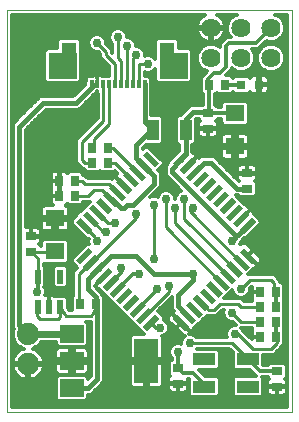
<source format=gtl>
G75*
G70*
%OFA0B0*%
%FSLAX24Y24*%
%IPPOS*%
%LPD*%
%AMOC8*
5,1,8,0,0,1.08239X$1,22.5*
%
%ADD10C,0.0000*%
%ADD11R,0.0354X0.0276*%
%ADD12R,0.0630X0.0551*%
%ADD13R,0.0276X0.0354*%
%ADD14R,0.0315X0.0315*%
%ADD15R,0.0591X0.0197*%
%ADD16R,0.0197X0.0591*%
%ADD17R,0.0748X0.0433*%
%ADD18R,0.0394X0.0709*%
%ADD19R,0.0217X0.0472*%
%ADD20C,0.0640*%
%ADD21R,0.0118X0.0315*%
%ADD22R,0.0945X0.0866*%
%ADD23R,0.0512X0.0335*%
%ADD24R,0.0787X0.0591*%
%ADD25R,0.0787X0.1496*%
%ADD26C,0.0740*%
%ADD27C,0.0120*%
%ADD28C,0.0300*%
%ADD29C,0.0100*%
%ADD30C,0.0160*%
%ADD31C,0.0240*%
D10*
X000160Y000476D02*
X009660Y000476D01*
X009660Y013876D01*
X000160Y013876D01*
X000160Y000476D01*
D11*
X000960Y005820D03*
X000960Y006332D03*
X005860Y001932D03*
X005860Y001420D03*
X009160Y001320D03*
X009160Y001832D03*
X008160Y007920D03*
X008160Y008432D03*
X006860Y009920D03*
X006860Y010432D03*
D12*
X007760Y010428D03*
X007760Y009325D03*
X001760Y006928D03*
X001760Y005825D03*
D13*
X001904Y007676D03*
X001904Y008176D03*
X002416Y008176D03*
X002416Y007676D03*
X003004Y008776D03*
X003004Y009276D03*
X003516Y009276D03*
X003516Y008776D03*
X003116Y004076D03*
X002604Y004076D03*
X006904Y011376D03*
X007416Y011376D03*
X008604Y004476D03*
X008604Y003976D03*
X008604Y003476D03*
X008604Y002976D03*
X009116Y002976D03*
X009116Y003476D03*
X009116Y003976D03*
X009116Y004476D03*
D14*
X008555Y011376D03*
X007965Y011376D03*
D15*
G36*
X005093Y008627D02*
X004676Y009042D01*
X004815Y009181D01*
X005232Y008766D01*
X005093Y008627D01*
G37*
G36*
X004871Y008404D02*
X004454Y008819D01*
X004593Y008958D01*
X005010Y008543D01*
X004871Y008404D01*
G37*
G36*
X004648Y008180D02*
X004231Y008595D01*
X004370Y008734D01*
X004787Y008319D01*
X004648Y008180D01*
G37*
G36*
X004426Y007957D02*
X004009Y008372D01*
X004148Y008511D01*
X004565Y008096D01*
X004426Y007957D01*
G37*
G36*
X004204Y007734D02*
X003787Y008149D01*
X003926Y008288D01*
X004343Y007873D01*
X004204Y007734D01*
G37*
G36*
X003982Y007511D02*
X003565Y007926D01*
X003704Y008065D01*
X004121Y007650D01*
X003982Y007511D01*
G37*
G36*
X003759Y007288D02*
X003342Y007703D01*
X003481Y007842D01*
X003898Y007427D01*
X003759Y007288D01*
G37*
G36*
X003537Y007065D02*
X003120Y007480D01*
X003259Y007619D01*
X003676Y007204D01*
X003537Y007065D01*
G37*
G36*
X003315Y006842D02*
X002898Y007257D01*
X003037Y007396D01*
X003454Y006981D01*
X003315Y006842D01*
G37*
G36*
X003092Y006619D02*
X002675Y007034D01*
X002814Y007173D01*
X003231Y006758D01*
X003092Y006619D01*
G37*
G36*
X002870Y006396D02*
X002453Y006811D01*
X002592Y006950D01*
X003009Y006535D01*
X002870Y006396D01*
G37*
G36*
X006105Y003172D02*
X005688Y003587D01*
X005827Y003726D01*
X006244Y003311D01*
X006105Y003172D01*
G37*
G36*
X006327Y003395D02*
X005910Y003810D01*
X006049Y003949D01*
X006466Y003534D01*
X006327Y003395D01*
G37*
G36*
X006550Y003618D02*
X006133Y004033D01*
X006272Y004172D01*
X006689Y003757D01*
X006550Y003618D01*
G37*
G36*
X006772Y003841D02*
X006355Y004256D01*
X006494Y004395D01*
X006911Y003980D01*
X006772Y003841D01*
G37*
G36*
X006994Y004064D02*
X006577Y004479D01*
X006716Y004618D01*
X007133Y004203D01*
X006994Y004064D01*
G37*
G36*
X007216Y004288D02*
X006799Y004703D01*
X006938Y004842D01*
X007355Y004427D01*
X007216Y004288D01*
G37*
G36*
X007439Y004511D02*
X007022Y004926D01*
X007161Y005065D01*
X007578Y004650D01*
X007439Y004511D01*
G37*
G36*
X007661Y004734D02*
X007244Y005149D01*
X007383Y005288D01*
X007800Y004873D01*
X007661Y004734D01*
G37*
G36*
X007883Y004957D02*
X007466Y005372D01*
X007605Y005511D01*
X008022Y005096D01*
X007883Y004957D01*
G37*
G36*
X008106Y005180D02*
X007689Y005595D01*
X007828Y005734D01*
X008245Y005319D01*
X008106Y005180D01*
G37*
G36*
X008328Y005403D02*
X007911Y005818D01*
X008050Y005957D01*
X008467Y005542D01*
X008328Y005403D01*
G37*
D16*
G36*
X008049Y006404D02*
X007910Y006543D01*
X008325Y006960D01*
X008464Y006821D01*
X008049Y006404D01*
G37*
G36*
X007826Y006627D02*
X007687Y006766D01*
X008102Y007183D01*
X008241Y007044D01*
X007826Y006627D01*
G37*
G36*
X007603Y006849D02*
X007464Y006988D01*
X007879Y007405D01*
X008018Y007266D01*
X007603Y006849D01*
G37*
G36*
X007380Y007071D02*
X007241Y007210D01*
X007656Y007627D01*
X007795Y007488D01*
X007380Y007071D01*
G37*
G36*
X007157Y007294D02*
X007018Y007433D01*
X007433Y007850D01*
X007572Y007711D01*
X007157Y007294D01*
G37*
G36*
X006934Y007516D02*
X006795Y007655D01*
X007210Y008072D01*
X007349Y007933D01*
X006934Y007516D01*
G37*
G36*
X006711Y007738D02*
X006572Y007877D01*
X006987Y008294D01*
X007126Y008155D01*
X006711Y007738D01*
G37*
G36*
X006488Y007960D02*
X006349Y008099D01*
X006764Y008516D01*
X006903Y008377D01*
X006488Y007960D01*
G37*
G36*
X006265Y008183D02*
X006126Y008322D01*
X006541Y008739D01*
X006680Y008600D01*
X006265Y008183D01*
G37*
G36*
X006041Y008405D02*
X005902Y008544D01*
X006317Y008961D01*
X006456Y008822D01*
X006041Y008405D01*
G37*
G36*
X005818Y008627D02*
X005679Y008766D01*
X006094Y009183D01*
X006233Y009044D01*
X005818Y008627D01*
G37*
G36*
X003264Y004726D02*
X003125Y004865D01*
X003540Y005282D01*
X003679Y005143D01*
X003264Y004726D01*
G37*
G36*
X003487Y004503D02*
X003348Y004642D01*
X003763Y005059D01*
X003902Y004920D01*
X003487Y004503D01*
G37*
G36*
X003710Y004281D02*
X003571Y004420D01*
X003986Y004837D01*
X004125Y004698D01*
X003710Y004281D01*
G37*
G36*
X003933Y004059D02*
X003794Y004198D01*
X004209Y004615D01*
X004348Y004476D01*
X003933Y004059D01*
G37*
G36*
X004156Y003836D02*
X004017Y003975D01*
X004432Y004392D01*
X004571Y004253D01*
X004156Y003836D01*
G37*
G36*
X004379Y003614D02*
X004240Y003753D01*
X004655Y004170D01*
X004794Y004031D01*
X004379Y003614D01*
G37*
G36*
X004603Y003392D02*
X004464Y003531D01*
X004879Y003948D01*
X005018Y003809D01*
X004603Y003392D01*
G37*
G36*
X004826Y003169D02*
X004687Y003308D01*
X005102Y003725D01*
X005241Y003586D01*
X004826Y003169D01*
G37*
G36*
X003041Y004948D02*
X002902Y005087D01*
X003317Y005504D01*
X003456Y005365D01*
X003041Y004948D01*
G37*
G36*
X002818Y005170D02*
X002679Y005309D01*
X003094Y005726D01*
X003233Y005587D01*
X002818Y005170D01*
G37*
G36*
X002595Y005392D02*
X002456Y005531D01*
X002871Y005948D01*
X003010Y005809D01*
X002595Y005392D01*
G37*
D17*
X006732Y002229D03*
X006732Y001324D03*
X008188Y001324D03*
X008188Y002229D03*
D18*
X006111Y009876D03*
X005009Y009876D03*
D19*
X001934Y004988D03*
X001934Y003965D03*
X001560Y003965D03*
X001186Y003965D03*
X001186Y004988D03*
D20*
X006960Y012276D03*
X006960Y013276D03*
X007960Y013276D03*
X007960Y012276D03*
X008960Y012276D03*
X008960Y013276D03*
D21*
X004746Y011392D03*
X004549Y011392D03*
X004352Y011392D03*
X004155Y011392D03*
X003958Y011392D03*
X003762Y011392D03*
X003565Y011392D03*
X003368Y011392D03*
X003171Y011392D03*
X002974Y011392D03*
D22*
X002010Y012022D03*
X005710Y012022D03*
D23*
X005494Y012622D03*
X002226Y012622D03*
D24*
X002320Y003082D03*
X002320Y002176D03*
X002320Y001271D03*
D25*
X004800Y002176D03*
D26*
X000860Y002076D03*
X000860Y003076D03*
D27*
X001008Y002586D02*
X001149Y002644D01*
X001292Y002787D01*
X001304Y002816D01*
X001786Y002816D01*
X001786Y002729D01*
X001868Y002647D01*
X002772Y002647D01*
X002854Y002729D01*
X002854Y003435D01*
X002802Y003486D01*
X002907Y003486D01*
X002928Y003473D01*
X002940Y003476D01*
X002940Y001667D01*
X002854Y001581D01*
X002854Y001624D01*
X002772Y001706D01*
X001868Y001706D01*
X001786Y001624D01*
X001786Y000918D01*
X001868Y000836D01*
X002772Y000836D01*
X002854Y000918D01*
X002854Y001051D01*
X002946Y001051D01*
X003251Y001356D01*
X003380Y001485D01*
X003380Y003828D01*
X003394Y003841D01*
X003394Y004312D01*
X003336Y004369D01*
X003336Y004412D01*
X003080Y004667D01*
X003080Y004682D01*
X003081Y004681D01*
X003165Y004597D01*
X003202Y004576D01*
X003219Y004571D01*
X003429Y004362D01*
X003430Y004362D01*
X003430Y004361D01*
X003652Y004140D01*
X003653Y004140D01*
X003653Y004139D01*
X003875Y003918D01*
X003876Y003918D01*
X003876Y003916D01*
X004098Y003696D01*
X004099Y003696D01*
X004099Y003694D01*
X004321Y003473D01*
X004323Y003473D01*
X004323Y003472D01*
X004544Y003251D01*
X004546Y003251D01*
X004546Y003249D01*
X004711Y003084D01*
X004385Y003084D01*
X004345Y003073D01*
X004308Y003052D01*
X004278Y003023D01*
X004257Y002986D01*
X004246Y002945D01*
X004246Y002236D01*
X004740Y002236D01*
X004740Y002116D01*
X004860Y002116D01*
X004860Y001268D01*
X005215Y001268D01*
X005256Y001279D01*
X005292Y001300D01*
X005322Y001330D01*
X005343Y001367D01*
X005354Y001407D01*
X005354Y002116D01*
X004860Y002116D01*
X004860Y002236D01*
X005354Y002236D01*
X005354Y002945D01*
X005343Y002986D01*
X005338Y002995D01*
X005424Y003031D01*
X005506Y003112D01*
X005550Y003219D01*
X005550Y003334D01*
X005506Y003441D01*
X005424Y003522D01*
X005382Y003540D01*
X005382Y003645D01*
X005183Y003843D01*
X005639Y004299D01*
X005640Y004300D01*
X005640Y003909D01*
X005711Y003838D01*
X005643Y003770D01*
X005559Y003686D01*
X005538Y003649D01*
X005527Y003609D01*
X005527Y003566D01*
X005538Y003526D01*
X005559Y003489D01*
X005783Y003266D01*
X005966Y003449D01*
X006288Y003128D01*
X005966Y003449D01*
X005966Y003449D01*
X005783Y003266D01*
X006008Y003043D01*
X006044Y003022D01*
X006084Y003011D01*
X006014Y002941D01*
X005970Y002834D01*
X005970Y002745D01*
X005918Y002766D01*
X005802Y002766D01*
X005696Y002722D01*
X005614Y002641D01*
X005570Y002534D01*
X005570Y002419D01*
X005614Y002312D01*
X005660Y002266D01*
X005660Y002210D01*
X005625Y002210D01*
X005543Y002128D01*
X005543Y001736D01*
X005590Y001689D01*
X005585Y001686D01*
X005555Y001656D01*
X005534Y001620D01*
X005523Y001579D01*
X005523Y001429D01*
X005851Y001429D01*
X005851Y001412D01*
X005523Y001412D01*
X005523Y001262D01*
X005534Y001221D01*
X005555Y001184D01*
X005585Y001155D01*
X005621Y001134D01*
X005662Y001123D01*
X005851Y001123D01*
X005851Y001412D01*
X005869Y001412D01*
X005869Y001429D01*
X006197Y001429D01*
X006197Y001576D01*
X006218Y001576D01*
X006218Y001049D01*
X006300Y000967D01*
X007164Y000967D01*
X007246Y001049D01*
X007246Y001598D01*
X007164Y001680D01*
X006739Y001680D01*
X006547Y001873D01*
X007164Y001873D01*
X007246Y001955D01*
X007246Y002504D01*
X007164Y002586D01*
X006479Y002586D01*
X006480Y002586D01*
X007562Y002586D01*
X007674Y002474D01*
X007674Y001955D01*
X007756Y001873D01*
X008262Y001873D01*
X008385Y001749D01*
X008454Y001680D01*
X007756Y001680D01*
X007674Y001598D01*
X007674Y001049D01*
X007756Y000967D01*
X008620Y000967D01*
X008702Y001049D01*
X008702Y001598D01*
X008668Y001632D01*
X008847Y001632D01*
X008890Y001589D01*
X008885Y001586D01*
X008855Y001556D01*
X008834Y001520D01*
X008823Y001479D01*
X008823Y001329D01*
X009151Y001329D01*
X009151Y001312D01*
X008823Y001312D01*
X008823Y001162D01*
X008834Y001121D01*
X008855Y001084D01*
X008885Y001055D01*
X008921Y001034D01*
X008962Y001023D01*
X009151Y001023D01*
X009151Y001312D01*
X009169Y001312D01*
X009169Y001329D01*
X009497Y001329D01*
X009497Y001479D01*
X009486Y001520D01*
X009465Y001556D01*
X009435Y001586D01*
X009430Y001589D01*
X009477Y001636D01*
X009477Y002028D01*
X009395Y002110D01*
X008925Y002110D01*
X008847Y002032D01*
X008702Y002032D01*
X008702Y002386D01*
X009039Y002386D01*
X009239Y002586D01*
X009312Y002659D01*
X009394Y002741D01*
X009394Y003212D01*
X009379Y003226D01*
X009394Y003241D01*
X009394Y003712D01*
X009379Y003726D01*
X009394Y003741D01*
X009394Y004212D01*
X009379Y004226D01*
X009394Y004241D01*
X009394Y004712D01*
X009312Y004794D01*
X009250Y004794D01*
X009250Y004855D01*
X009139Y004966D01*
X009039Y005066D01*
X008192Y005066D01*
X008373Y005248D01*
X008391Y005253D01*
X008427Y005274D01*
X008512Y005359D01*
X008596Y005443D01*
X008617Y005480D01*
X008628Y005521D01*
X008628Y005563D01*
X008617Y005603D01*
X008596Y005640D01*
X008371Y005863D01*
X008147Y006086D01*
X008111Y006107D01*
X008070Y006118D01*
X008028Y006118D01*
X007987Y006107D01*
X007951Y006086D01*
X007926Y006061D01*
X007950Y006119D01*
X007950Y006155D01*
X007980Y006185D01*
X007980Y006185D01*
X008058Y006264D01*
X008107Y006264D01*
X008606Y006764D01*
X008605Y006880D01*
X008396Y007089D01*
X008391Y007106D01*
X008370Y007143D01*
X008286Y007227D01*
X007964Y006905D01*
X008286Y007227D01*
X008201Y007311D01*
X008164Y007332D01*
X008147Y007337D01*
X007938Y007546D01*
X007936Y007546D01*
X007936Y007547D01*
X007782Y007700D01*
X007867Y007700D01*
X007925Y007643D01*
X008395Y007643D01*
X008477Y007725D01*
X008477Y008116D01*
X008430Y008163D01*
X008435Y008166D01*
X008465Y008196D01*
X008486Y008233D01*
X008497Y008273D01*
X008497Y008423D01*
X008169Y008423D01*
X008169Y008441D01*
X008497Y008441D01*
X008497Y008591D01*
X008486Y008632D01*
X008465Y008668D01*
X008435Y008698D01*
X008399Y008719D01*
X008358Y008730D01*
X008169Y008730D01*
X008169Y008441D01*
X008151Y008441D01*
X008151Y008423D01*
X007823Y008423D01*
X007823Y008273D01*
X007834Y008233D01*
X007855Y008196D01*
X007885Y008166D01*
X007890Y008163D01*
X007887Y008160D01*
X007051Y008996D01*
X006627Y008996D01*
X006569Y008938D01*
X006501Y009006D01*
X006416Y009090D01*
X006380Y009111D01*
X006362Y009116D01*
X006331Y009146D01*
X006331Y009382D01*
X006366Y009382D01*
X006448Y009464D01*
X006448Y010253D01*
X006451Y010256D01*
X006543Y010256D01*
X006543Y010236D01*
X006590Y010189D01*
X006585Y010186D01*
X006555Y010156D01*
X006534Y010120D01*
X006523Y010079D01*
X006523Y009929D01*
X006851Y009929D01*
X006851Y009912D01*
X006523Y009912D01*
X006523Y009762D01*
X006534Y009721D01*
X006555Y009684D01*
X006585Y009655D01*
X006621Y009634D01*
X006662Y009623D01*
X006851Y009623D01*
X006851Y009912D01*
X006869Y009912D01*
X006869Y009929D01*
X007197Y009929D01*
X007197Y010079D01*
X007186Y010120D01*
X007165Y010156D01*
X007135Y010186D01*
X007130Y010189D01*
X007173Y010232D01*
X007305Y010232D01*
X007305Y010094D01*
X007387Y010012D01*
X008133Y010012D01*
X008215Y010094D01*
X008215Y010761D01*
X008133Y010843D01*
X007387Y010843D01*
X007305Y010761D01*
X007305Y010632D01*
X007173Y010632D01*
X007104Y010701D01*
X007104Y011063D01*
X007160Y011119D01*
X007220Y011059D01*
X007612Y011059D01*
X007690Y011138D01*
X007749Y011079D01*
X008180Y011079D01*
X008252Y011151D01*
X008270Y011121D01*
X008300Y011091D01*
X008336Y011070D01*
X008377Y011059D01*
X008537Y011059D01*
X008537Y011358D01*
X008574Y011358D01*
X008574Y011395D01*
X009500Y011395D01*
X009500Y011513D02*
X008873Y011513D01*
X008873Y011555D02*
X008862Y011596D01*
X008841Y011632D01*
X009500Y011632D01*
X009500Y011750D02*
X007517Y011750D01*
X007460Y011694D02*
X007660Y011894D01*
X007660Y011926D01*
X007699Y011886D01*
X007868Y011816D01*
X008051Y011816D01*
X008221Y011886D01*
X008350Y012016D01*
X008420Y012185D01*
X008420Y012368D01*
X008350Y012537D01*
X008311Y012576D01*
X008543Y012576D01*
X008660Y012694D01*
X008808Y012841D01*
X008868Y012816D01*
X009051Y012816D01*
X009221Y012886D01*
X009350Y013016D01*
X009420Y013185D01*
X009420Y013368D01*
X009350Y013537D01*
X009221Y013666D01*
X009100Y013716D01*
X009500Y013716D01*
X009500Y000636D01*
X000320Y000636D01*
X000320Y013716D01*
X006766Y013716D01*
X006708Y013687D01*
X006647Y013642D01*
X006594Y013589D01*
X006549Y013528D01*
X000320Y013528D01*
X000320Y013646D02*
X006653Y013646D01*
X006549Y013528D02*
X006515Y013461D01*
X006492Y013389D01*
X006480Y013314D01*
X006480Y013305D01*
X006931Y013305D01*
X006931Y013248D01*
X006480Y013248D01*
X006480Y013239D01*
X006492Y013164D01*
X006515Y013092D01*
X006549Y013025D01*
X006594Y012964D01*
X006647Y012910D01*
X006708Y012866D01*
X006776Y012832D01*
X006848Y012808D01*
X006922Y012796D01*
X006931Y012796D01*
X006931Y013248D01*
X006989Y013248D01*
X006989Y013305D01*
X007440Y013305D01*
X007440Y013314D01*
X007428Y013389D01*
X007405Y013461D01*
X007371Y013528D01*
X007566Y013528D01*
X007570Y013537D02*
X007500Y013368D01*
X007500Y013185D01*
X007570Y013016D01*
X007609Y012976D01*
X007477Y012976D01*
X007377Y012876D01*
X007260Y012759D01*
X007260Y012627D01*
X007221Y012666D01*
X007051Y012736D01*
X006868Y012736D01*
X006699Y012666D01*
X006570Y012537D01*
X006500Y012368D01*
X006500Y012185D01*
X006570Y012016D01*
X006699Y011886D01*
X006832Y011831D01*
X006777Y011776D01*
X006660Y011659D01*
X006660Y011645D01*
X006626Y011612D01*
X006626Y011141D01*
X006704Y011063D01*
X006704Y010710D01*
X006625Y010710D01*
X006611Y010696D01*
X006269Y010696D01*
X006140Y010567D01*
X005943Y010371D01*
X005856Y010371D01*
X005774Y010289D01*
X005774Y009464D01*
X005856Y009382D01*
X005891Y009382D01*
X005891Y009178D01*
X005538Y008824D01*
X005538Y008766D01*
X005440Y008667D01*
X005440Y008385D01*
X005972Y007854D01*
X005896Y007822D01*
X005814Y007741D01*
X005770Y007634D01*
X005770Y007566D01*
X005750Y007566D01*
X005750Y007634D01*
X005706Y007741D01*
X005624Y007822D01*
X005518Y007866D01*
X005402Y007866D01*
X005296Y007822D01*
X005214Y007741D01*
X005174Y007643D01*
X005118Y007666D01*
X005002Y007666D01*
X004932Y007637D01*
X005280Y007985D01*
X005280Y008444D01*
X005195Y008529D01*
X005373Y008707D01*
X005373Y008823D01*
X004872Y009322D01*
X004756Y009322D01*
X004680Y009245D01*
X004680Y009285D01*
X004777Y009382D01*
X005264Y009382D01*
X005346Y009464D01*
X005346Y010289D01*
X005264Y010371D01*
X004966Y010371D01*
X004966Y011483D01*
X004945Y011504D01*
X004945Y011608D01*
X004863Y011690D01*
X004739Y011690D01*
X004739Y011813D01*
X004802Y011786D01*
X004918Y011786D01*
X005024Y011831D01*
X005098Y011904D01*
X005098Y011531D01*
X005180Y011449D01*
X006241Y011449D01*
X006323Y011531D01*
X006323Y012513D01*
X006241Y012595D01*
X005890Y012595D01*
X005890Y012848D01*
X005808Y012930D01*
X005180Y012930D01*
X005098Y012848D01*
X005098Y012249D01*
X005024Y012322D01*
X004918Y012366D01*
X004802Y012366D01*
X004750Y012345D01*
X004750Y012434D01*
X004706Y012541D01*
X004624Y012622D01*
X004518Y012666D01*
X004450Y012666D01*
X004450Y012734D01*
X004406Y012841D01*
X004324Y012922D01*
X004218Y012966D01*
X004150Y012966D01*
X004150Y013034D01*
X004106Y013141D01*
X004024Y013222D01*
X003918Y013266D01*
X003802Y013266D01*
X003696Y013222D01*
X003614Y013141D01*
X003570Y013034D01*
X003570Y012919D01*
X003614Y012812D01*
X003670Y012756D01*
X003670Y012435D01*
X003650Y012455D01*
X003650Y012555D01*
X003450Y012755D01*
X003450Y012834D01*
X003406Y012941D01*
X003324Y013022D01*
X003218Y013066D01*
X003102Y013066D01*
X002996Y013022D01*
X002914Y012941D01*
X002870Y012834D01*
X002870Y012719D01*
X002914Y012612D01*
X002996Y012531D01*
X003102Y012486D01*
X003181Y012486D01*
X003270Y012398D01*
X003270Y012298D01*
X003381Y012186D01*
X003572Y011996D01*
X003572Y011690D01*
X003308Y011690D01*
X003292Y011699D01*
X003251Y011710D01*
X003171Y011710D01*
X003091Y011710D01*
X003050Y011699D01*
X003034Y011690D01*
X002857Y011690D01*
X002775Y011608D01*
X002775Y011504D01*
X002754Y011483D01*
X002754Y011382D01*
X002369Y010996D01*
X001269Y010996D01*
X000469Y010196D01*
X000340Y010067D01*
X000340Y003285D01*
X000379Y003247D01*
X000350Y003178D01*
X000350Y002975D01*
X000428Y002787D01*
X000571Y002644D01*
X000712Y002586D01*
X000657Y002568D01*
X000582Y002530D01*
X000515Y002481D01*
X000456Y002422D01*
X000407Y002354D01*
X000369Y002280D01*
X000343Y002200D01*
X000330Y002118D01*
X000330Y002116D01*
X000820Y002116D01*
X000820Y002036D01*
X000900Y002036D01*
X000900Y001546D01*
X000902Y001546D01*
X000984Y001559D01*
X001786Y001559D01*
X001786Y001441D02*
X000320Y001441D01*
X000320Y001559D02*
X000736Y001559D01*
X000818Y001546D01*
X000820Y001546D01*
X000820Y002036D01*
X000330Y002036D01*
X000330Y002035D01*
X000343Y001952D01*
X000369Y001873D01*
X000407Y001799D01*
X000456Y001731D01*
X000515Y001672D01*
X000582Y001623D01*
X000657Y001585D01*
X000736Y001559D01*
X000820Y001559D02*
X000900Y001559D01*
X000984Y001559D02*
X001063Y001585D01*
X001138Y001623D01*
X001205Y001672D01*
X001264Y001731D01*
X001313Y001799D01*
X001351Y001873D01*
X001377Y001952D01*
X001390Y002035D01*
X001390Y002036D01*
X000900Y002036D01*
X000900Y002116D01*
X001390Y002116D01*
X001390Y002118D01*
X001377Y002200D01*
X001351Y002280D01*
X001313Y002354D01*
X001264Y002422D01*
X001205Y002481D01*
X001138Y002530D01*
X001063Y002568D01*
X001008Y002586D01*
X001105Y002626D02*
X001884Y002626D01*
X001864Y002621D02*
X001828Y002600D01*
X001798Y002570D01*
X001777Y002533D01*
X001766Y002493D01*
X001766Y002236D01*
X002260Y002236D01*
X002260Y002116D01*
X002380Y002116D01*
X002380Y001721D01*
X002735Y001721D01*
X002775Y001732D01*
X002812Y001753D01*
X002842Y001783D01*
X002863Y001819D01*
X002874Y001860D01*
X002874Y002116D01*
X002380Y002116D01*
X002380Y002236D01*
X002874Y002236D01*
X002874Y002493D01*
X002863Y002533D01*
X002842Y002570D01*
X002812Y002600D01*
X002775Y002621D01*
X002735Y002632D01*
X002380Y002632D01*
X002380Y002236D01*
X002260Y002236D01*
X002260Y002632D01*
X001905Y002632D01*
X001864Y002621D01*
X001786Y002744D02*
X001249Y002744D01*
X001168Y002507D02*
X001770Y002507D01*
X001766Y002389D02*
X001288Y002389D01*
X001354Y002270D02*
X001766Y002270D01*
X001766Y002116D02*
X001766Y001860D01*
X001777Y001819D01*
X001798Y001783D01*
X001828Y001753D01*
X001864Y001732D01*
X001905Y001721D01*
X002260Y001721D01*
X002260Y002116D01*
X001766Y002116D01*
X001766Y002033D02*
X001390Y002033D01*
X001385Y002152D02*
X002260Y002152D01*
X002260Y002270D02*
X002380Y002270D01*
X002380Y002152D02*
X002940Y002152D01*
X002940Y002270D02*
X002874Y002270D01*
X002874Y002389D02*
X002940Y002389D01*
X002940Y002507D02*
X002870Y002507D01*
X002940Y002626D02*
X002756Y002626D01*
X002854Y002744D02*
X002940Y002744D01*
X002940Y002863D02*
X002854Y002863D01*
X002854Y002981D02*
X002940Y002981D01*
X002940Y003100D02*
X002854Y003100D01*
X002854Y003218D02*
X002940Y003218D01*
X002940Y003337D02*
X002854Y003337D01*
X002833Y003455D02*
X002940Y003455D01*
X003380Y003455D02*
X004339Y003455D01*
X004458Y003337D02*
X003380Y003337D01*
X003380Y003218D02*
X004577Y003218D01*
X004696Y003100D02*
X003380Y003100D01*
X003380Y002981D02*
X004256Y002981D01*
X004246Y002863D02*
X003380Y002863D01*
X003380Y002744D02*
X004246Y002744D01*
X004246Y002626D02*
X003380Y002626D01*
X003380Y002507D02*
X004246Y002507D01*
X004246Y002389D02*
X003380Y002389D01*
X003380Y002270D02*
X004246Y002270D01*
X004246Y002116D02*
X004246Y001407D01*
X004257Y001367D01*
X004278Y001330D01*
X004308Y001300D01*
X004345Y001279D01*
X004385Y001268D01*
X004740Y001268D01*
X004740Y002116D01*
X004246Y002116D01*
X004246Y002033D02*
X003380Y002033D01*
X003380Y001915D02*
X004246Y001915D01*
X004246Y001796D02*
X003380Y001796D01*
X003380Y001678D02*
X004246Y001678D01*
X004246Y001559D02*
X003380Y001559D01*
X003336Y001441D02*
X004246Y001441D01*
X004286Y001322D02*
X003217Y001322D01*
X003099Y001204D02*
X005544Y001204D01*
X005523Y001322D02*
X005314Y001322D01*
X005354Y001441D02*
X005523Y001441D01*
X005523Y001559D02*
X005354Y001559D01*
X005354Y001678D02*
X005576Y001678D01*
X005543Y001796D02*
X005354Y001796D01*
X005354Y001915D02*
X005543Y001915D01*
X005543Y002033D02*
X005354Y002033D01*
X005354Y002270D02*
X005656Y002270D01*
X005582Y002389D02*
X005354Y002389D01*
X005354Y002507D02*
X005570Y002507D01*
X005608Y002626D02*
X005354Y002626D01*
X005354Y002744D02*
X005749Y002744D01*
X005982Y002863D02*
X005354Y002863D01*
X005344Y002981D02*
X006055Y002981D01*
X005950Y003100D02*
X005494Y003100D01*
X005550Y003218D02*
X005831Y003218D01*
X005854Y003337D02*
X005854Y003337D01*
X005712Y003337D02*
X005549Y003337D01*
X005593Y003455D02*
X005491Y003455D01*
X005527Y003574D02*
X005382Y003574D01*
X005334Y003692D02*
X005566Y003692D01*
X005643Y003770D02*
X005966Y003449D01*
X005966Y003449D01*
X005966Y003449D01*
X005643Y003770D01*
X005684Y003811D02*
X005215Y003811D01*
X005269Y003929D02*
X005640Y003929D01*
X005640Y004048D02*
X005388Y004048D01*
X005506Y004166D02*
X005640Y004166D01*
X005625Y004285D02*
X005640Y004285D01*
X005722Y003692D02*
X005722Y003692D01*
X005841Y003574D02*
X005841Y003574D01*
X005959Y003455D02*
X005959Y003455D01*
X006078Y003337D02*
X006078Y003337D01*
X006197Y003218D02*
X006197Y003218D01*
X006288Y003128D02*
X006373Y003212D01*
X006394Y003249D01*
X006398Y003266D01*
X006607Y003476D01*
X006607Y003477D01*
X006608Y003477D01*
X006817Y003686D01*
X007139Y003686D01*
X007250Y003798D01*
X007339Y003886D01*
X007392Y003886D01*
X007370Y003834D01*
X007370Y003719D01*
X007414Y003612D01*
X007496Y003531D01*
X007602Y003486D01*
X007681Y003486D01*
X007801Y003366D01*
X007702Y003366D01*
X007596Y003322D01*
X007514Y003241D01*
X007470Y003134D01*
X007470Y003019D01*
X007492Y002966D01*
X006480Y002966D01*
X006424Y003022D01*
X006318Y003066D01*
X006227Y003066D01*
X006288Y003128D01*
X006261Y003100D02*
X007470Y003100D01*
X007485Y002981D02*
X006465Y002981D01*
X006376Y003218D02*
X007505Y003218D01*
X007631Y003337D02*
X006469Y003337D01*
X006587Y003455D02*
X007712Y003455D01*
X007960Y003286D02*
X008326Y003286D01*
X008326Y003241D01*
X008330Y003237D01*
X008317Y003215D01*
X008306Y003175D01*
X008306Y002985D01*
X008595Y002985D01*
X008595Y002967D01*
X008306Y002967D01*
X008306Y002899D01*
X008050Y003155D01*
X008050Y003155D01*
X008035Y003170D01*
X008006Y003241D01*
X007960Y003286D01*
X008015Y003218D02*
X008319Y003218D01*
X008306Y003100D02*
X008105Y003100D01*
X008224Y002981D02*
X008595Y002981D01*
X009041Y002389D02*
X009500Y002389D01*
X009500Y002507D02*
X009160Y002507D01*
X009278Y002626D02*
X009500Y002626D01*
X009500Y002744D02*
X009394Y002744D01*
X009312Y002659D02*
X009312Y002659D01*
X009394Y002863D02*
X009500Y002863D01*
X009500Y002981D02*
X009394Y002981D01*
X009394Y003100D02*
X009500Y003100D01*
X009500Y003218D02*
X009387Y003218D01*
X009394Y003337D02*
X009500Y003337D01*
X009500Y003455D02*
X009394Y003455D01*
X009394Y003574D02*
X009500Y003574D01*
X009500Y003692D02*
X009394Y003692D01*
X009394Y003811D02*
X009500Y003811D01*
X009500Y003929D02*
X009394Y003929D01*
X009394Y004048D02*
X009500Y004048D01*
X009500Y004166D02*
X009394Y004166D01*
X009394Y004285D02*
X009500Y004285D01*
X009500Y004403D02*
X009394Y004403D01*
X009394Y004522D02*
X009500Y004522D01*
X009500Y004640D02*
X009394Y004640D01*
X009346Y004759D02*
X009500Y004759D01*
X009500Y004877D02*
X009228Y004877D01*
X009109Y004996D02*
X009500Y004996D01*
X009500Y005114D02*
X008240Y005114D01*
X008358Y005233D02*
X009500Y005233D01*
X009500Y005351D02*
X008504Y005351D01*
X008512Y005359D02*
X008189Y005680D01*
X008189Y005680D01*
X008371Y005863D01*
X008189Y005680D01*
X008189Y005680D01*
X008512Y005359D01*
X008611Y005470D02*
X009500Y005470D01*
X009500Y005588D02*
X008621Y005588D01*
X008528Y005707D02*
X009500Y005707D01*
X009500Y005825D02*
X008409Y005825D01*
X008334Y005825D02*
X008334Y005825D01*
X008290Y005944D02*
X009500Y005944D01*
X009500Y006062D02*
X008171Y006062D01*
X007976Y006181D02*
X009500Y006181D01*
X009500Y006299D02*
X008142Y006299D01*
X008261Y006418D02*
X009500Y006418D01*
X009500Y006536D02*
X008379Y006536D01*
X008497Y006655D02*
X009500Y006655D01*
X009500Y006773D02*
X008606Y006773D01*
X008594Y006892D02*
X009500Y006892D01*
X009500Y007010D02*
X008475Y007010D01*
X008378Y007129D02*
X009500Y007129D01*
X009500Y007247D02*
X008265Y007247D01*
X008188Y007129D02*
X008188Y007129D01*
X008070Y007010D02*
X008070Y007010D01*
X007964Y006905D02*
X007964Y006905D01*
X008118Y007366D02*
X009500Y007366D01*
X009500Y007484D02*
X007999Y007484D01*
X007880Y007603D02*
X009500Y007603D01*
X009500Y007721D02*
X008474Y007721D01*
X008477Y007840D02*
X009500Y007840D01*
X009500Y007958D02*
X008477Y007958D01*
X008477Y008077D02*
X009500Y008077D01*
X009500Y008195D02*
X008464Y008195D01*
X008497Y008314D02*
X009500Y008314D01*
X009500Y008432D02*
X008169Y008432D01*
X008151Y008432D02*
X007615Y008432D01*
X007734Y008314D02*
X007823Y008314D01*
X007852Y008195D02*
X007856Y008195D01*
X007823Y008441D02*
X008151Y008441D01*
X008151Y008730D01*
X007962Y008730D01*
X007921Y008719D01*
X007885Y008698D01*
X007855Y008668D01*
X007834Y008632D01*
X007823Y008591D01*
X007823Y008441D01*
X007823Y008551D02*
X007497Y008551D01*
X007378Y008669D02*
X007856Y008669D01*
X007820Y008890D02*
X008096Y008890D01*
X008137Y008900D01*
X008173Y008922D01*
X008203Y008951D01*
X008224Y008988D01*
X008235Y009029D01*
X008235Y009265D01*
X007820Y009265D01*
X007820Y008890D01*
X007820Y008906D02*
X007700Y008906D01*
X007700Y008890D02*
X007424Y008890D01*
X007383Y008900D01*
X007347Y008922D01*
X007317Y008951D01*
X007296Y008988D01*
X007285Y009029D01*
X007285Y009265D01*
X007700Y009265D01*
X007820Y009265D01*
X007820Y009385D01*
X008235Y009385D01*
X008235Y009622D01*
X008224Y009663D01*
X008203Y009699D01*
X008173Y009729D01*
X008137Y009750D01*
X008096Y009761D01*
X007820Y009761D01*
X007820Y009385D01*
X007700Y009385D01*
X007700Y009265D01*
X007700Y008890D01*
X007700Y009025D02*
X007820Y009025D01*
X007820Y009143D02*
X007700Y009143D01*
X007700Y009262D02*
X007820Y009262D01*
X007820Y009380D02*
X009500Y009380D01*
X009500Y009262D02*
X008235Y009262D01*
X008235Y009143D02*
X009500Y009143D01*
X009500Y009025D02*
X008234Y009025D01*
X008147Y008906D02*
X009500Y008906D01*
X009500Y008788D02*
X007260Y008788D01*
X007373Y008906D02*
X007141Y008906D01*
X007286Y009025D02*
X006481Y009025D01*
X006501Y009006D02*
X006179Y008683D01*
X006179Y008683D01*
X006501Y009006D01*
X006402Y008906D02*
X006402Y008906D01*
X006284Y008788D02*
X006284Y008788D01*
X006334Y009143D02*
X007285Y009143D01*
X007285Y009262D02*
X006331Y009262D01*
X006331Y009380D02*
X007700Y009380D01*
X007700Y009385D02*
X007285Y009385D01*
X007285Y009622D01*
X007296Y009663D01*
X007317Y009699D01*
X007347Y009729D01*
X007383Y009750D01*
X007424Y009761D01*
X007700Y009761D01*
X007700Y009385D01*
X007700Y009499D02*
X007820Y009499D01*
X007820Y009617D02*
X007700Y009617D01*
X007700Y009736D02*
X007820Y009736D01*
X008161Y009736D02*
X009500Y009736D01*
X009500Y009854D02*
X007197Y009854D01*
X007197Y009912D02*
X006869Y009912D01*
X006869Y009623D01*
X007058Y009623D01*
X007099Y009634D01*
X007135Y009655D01*
X007165Y009684D01*
X007186Y009721D01*
X007197Y009762D01*
X007197Y009912D01*
X007197Y009973D02*
X009500Y009973D01*
X009500Y010091D02*
X008212Y010091D01*
X008215Y010210D02*
X009500Y010210D01*
X009500Y010328D02*
X008215Y010328D01*
X008215Y010447D02*
X009500Y010447D01*
X009500Y010565D02*
X008215Y010565D01*
X008215Y010684D02*
X009500Y010684D01*
X009500Y010802D02*
X008174Y010802D01*
X008574Y011059D02*
X008574Y011358D01*
X008873Y011358D01*
X008873Y011198D01*
X008862Y011157D01*
X008841Y011121D01*
X008811Y011091D01*
X008775Y011070D01*
X008734Y011059D01*
X008574Y011059D01*
X008574Y011158D02*
X008537Y011158D01*
X008537Y011276D02*
X008574Y011276D01*
X008574Y011395D02*
X008873Y011395D01*
X008873Y011555D01*
X008841Y011632D02*
X008811Y011662D01*
X008775Y011683D01*
X008734Y011694D01*
X008574Y011694D01*
X008574Y011395D01*
X008537Y011395D01*
X008537Y011694D01*
X008377Y011694D01*
X008336Y011683D01*
X008300Y011662D01*
X008270Y011632D01*
X008252Y011602D01*
X008180Y011674D01*
X007749Y011674D01*
X007690Y011615D01*
X007612Y011694D01*
X007460Y011694D01*
X007260Y011776D02*
X007460Y011976D01*
X007460Y012676D01*
X007560Y012776D01*
X008460Y012776D01*
X008960Y013276D01*
X009270Y012935D02*
X009500Y012935D01*
X009500Y012817D02*
X009053Y012817D01*
X009051Y012736D02*
X008868Y012736D01*
X008699Y012666D01*
X008570Y012537D01*
X008500Y012368D01*
X008500Y012185D01*
X008570Y012016D01*
X008699Y011886D01*
X008868Y011816D01*
X009051Y011816D01*
X009221Y011886D01*
X009350Y012016D01*
X009420Y012185D01*
X009420Y012368D01*
X009350Y012537D01*
X009221Y012666D01*
X009051Y012736D01*
X009143Y012698D02*
X009500Y012698D01*
X009500Y012580D02*
X009307Y012580D01*
X009381Y012461D02*
X009500Y012461D01*
X009500Y012343D02*
X009420Y012343D01*
X009420Y012224D02*
X009500Y012224D01*
X009500Y012106D02*
X009387Y012106D01*
X009322Y011987D02*
X009500Y011987D01*
X009500Y011869D02*
X009178Y011869D01*
X008742Y011869D02*
X008178Y011869D01*
X008222Y011632D02*
X008270Y011632D01*
X008322Y011987D02*
X008598Y011987D01*
X008533Y012106D02*
X008387Y012106D01*
X008420Y012224D02*
X008500Y012224D01*
X008500Y012343D02*
X008420Y012343D01*
X008381Y012461D02*
X008539Y012461D01*
X008546Y012580D02*
X008613Y012580D01*
X008665Y012698D02*
X008777Y012698D01*
X008783Y012817D02*
X008867Y012817D01*
X009366Y013054D02*
X009500Y013054D01*
X009500Y013172D02*
X009415Y013172D01*
X009420Y013291D02*
X009500Y013291D01*
X009500Y013409D02*
X009403Y013409D01*
X009354Y013528D02*
X009500Y013528D01*
X009500Y013646D02*
X009240Y013646D01*
X008574Y011632D02*
X008537Y011632D01*
X008537Y011513D02*
X008574Y011513D01*
X008873Y011276D02*
X009500Y011276D01*
X009500Y011158D02*
X008862Y011158D01*
X009500Y011039D02*
X007104Y011039D01*
X007104Y010921D02*
X009500Y010921D01*
X009500Y009617D02*
X008235Y009617D01*
X008235Y009499D02*
X009500Y009499D01*
X009500Y008669D02*
X008464Y008669D01*
X008497Y008551D02*
X009500Y008551D01*
X008169Y008551D02*
X008151Y008551D01*
X008151Y008669D02*
X008169Y008669D01*
X007359Y009736D02*
X007190Y009736D01*
X007285Y009617D02*
X006448Y009617D01*
X006448Y009499D02*
X007285Y009499D01*
X006869Y009736D02*
X006851Y009736D01*
X006851Y009854D02*
X006869Y009854D01*
X006523Y009854D02*
X006448Y009854D01*
X006448Y009736D02*
X006530Y009736D01*
X006523Y009973D02*
X006448Y009973D01*
X006448Y010091D02*
X006526Y010091D01*
X006569Y010210D02*
X006448Y010210D01*
X006138Y010565D02*
X004966Y010565D01*
X004966Y010447D02*
X006019Y010447D01*
X006140Y010567D02*
X006140Y010567D01*
X006256Y010684D02*
X004966Y010684D01*
X004966Y010802D02*
X006704Y010802D01*
X006704Y010921D02*
X004966Y010921D01*
X004966Y011039D02*
X006704Y011039D01*
X006626Y011158D02*
X004966Y011158D01*
X004966Y011276D02*
X006626Y011276D01*
X006626Y011395D02*
X004966Y011395D01*
X004945Y011513D02*
X005116Y011513D01*
X005098Y011632D02*
X004921Y011632D01*
X005063Y011869D02*
X005098Y011869D01*
X005098Y011750D02*
X004739Y011750D01*
X004974Y012343D02*
X005098Y012343D01*
X005098Y012461D02*
X004739Y012461D01*
X004667Y012580D02*
X005098Y012580D01*
X005098Y012698D02*
X004450Y012698D01*
X004416Y012817D02*
X005098Y012817D01*
X005890Y012817D02*
X006821Y012817D01*
X006931Y012817D02*
X006989Y012817D01*
X006989Y012796D02*
X006998Y012796D01*
X007072Y012808D01*
X007144Y012832D01*
X007212Y012866D01*
X007273Y012910D01*
X007326Y012964D01*
X007371Y013025D01*
X007405Y013092D01*
X007428Y013164D01*
X007440Y013239D01*
X007440Y013248D01*
X006989Y013248D01*
X006989Y012796D01*
X006989Y012935D02*
X006931Y012935D01*
X006931Y013054D02*
X006989Y013054D01*
X006989Y013172D02*
X006931Y013172D01*
X006931Y013291D02*
X000320Y013291D01*
X000320Y013409D02*
X006499Y013409D01*
X006490Y013172D02*
X004074Y013172D01*
X004142Y013054D02*
X006535Y013054D01*
X006622Y012935D02*
X004292Y012935D01*
X003670Y012698D02*
X003507Y012698D01*
X003450Y012817D02*
X003612Y012817D01*
X003570Y012935D02*
X003408Y012935D01*
X003248Y013054D02*
X003578Y013054D01*
X003646Y013172D02*
X000320Y013172D01*
X000320Y013054D02*
X003072Y013054D01*
X002912Y012935D02*
X000320Y012935D01*
X000320Y012817D02*
X001830Y012817D01*
X001830Y012848D02*
X001912Y012930D01*
X002540Y012930D01*
X002622Y012848D01*
X002622Y011531D01*
X002540Y011449D01*
X001479Y011449D01*
X001397Y011531D01*
X001397Y012513D01*
X001479Y012595D01*
X001830Y012595D01*
X001830Y012848D01*
X001830Y012698D02*
X000320Y012698D01*
X000320Y012580D02*
X001464Y012580D01*
X001397Y012461D02*
X000320Y012461D01*
X000320Y012343D02*
X001397Y012343D01*
X001397Y012224D02*
X000320Y012224D01*
X000320Y012106D02*
X001397Y012106D01*
X001397Y011987D02*
X000320Y011987D01*
X000320Y011869D02*
X001397Y011869D01*
X001397Y011750D02*
X000320Y011750D01*
X000320Y011632D02*
X001397Y011632D01*
X001415Y011513D02*
X000320Y011513D01*
X000320Y011395D02*
X002754Y011395D01*
X002775Y011513D02*
X002604Y011513D01*
X002622Y011632D02*
X002799Y011632D01*
X002622Y011750D02*
X003572Y011750D01*
X003572Y011869D02*
X002622Y011869D01*
X002622Y011987D02*
X003572Y011987D01*
X003462Y012106D02*
X002622Y012106D01*
X002622Y012224D02*
X003343Y012224D01*
X003270Y012343D02*
X002622Y012343D01*
X002622Y012461D02*
X003206Y012461D01*
X002946Y012580D02*
X002622Y012580D01*
X002622Y012698D02*
X002878Y012698D01*
X002870Y012817D02*
X002622Y012817D01*
X003171Y011710D02*
X003171Y011610D01*
X003171Y011610D01*
X003171Y011610D01*
X003171Y011710D01*
X003171Y011632D02*
X003171Y011632D01*
X003171Y011174D02*
X003171Y011174D01*
X003171Y011174D01*
X003171Y011075D01*
X003178Y011075D01*
X003178Y010263D01*
X002581Y009666D01*
X002470Y009555D01*
X002470Y008798D01*
X002570Y008698D01*
X002681Y008586D01*
X002726Y008586D01*
X002726Y008541D01*
X002808Y008459D01*
X003200Y008459D01*
X003260Y008519D01*
X003320Y008459D01*
X003712Y008459D01*
X003753Y008500D01*
X003832Y008421D01*
X003827Y008417D01*
X003742Y008333D01*
X003658Y008248D01*
X003656Y008244D01*
X003633Y008266D01*
X002839Y008266D01*
X002739Y008366D01*
X002694Y008366D01*
X002694Y008412D01*
X002612Y008494D01*
X002220Y008494D01*
X002173Y008446D01*
X002170Y008452D01*
X002140Y008482D01*
X002104Y008503D01*
X002063Y008514D01*
X001913Y008514D01*
X001913Y008185D01*
X001895Y008185D01*
X001895Y008167D01*
X001913Y008167D01*
X001913Y007685D01*
X001895Y007685D01*
X001895Y007667D01*
X001606Y007667D01*
X001606Y007478D01*
X001617Y007437D01*
X001638Y007401D01*
X001668Y007371D01*
X001682Y007363D01*
X001424Y007363D01*
X001383Y007352D01*
X001347Y007331D01*
X001317Y007301D01*
X001296Y007265D01*
X001285Y007224D01*
X001285Y006988D01*
X001700Y006988D01*
X001700Y006868D01*
X001285Y006868D01*
X001285Y006631D01*
X001296Y006590D01*
X001317Y006554D01*
X001347Y006524D01*
X001383Y006503D01*
X001424Y006492D01*
X001700Y006492D01*
X001700Y006868D01*
X001820Y006868D01*
X001820Y006988D01*
X002235Y006988D01*
X002235Y007224D01*
X002224Y007265D01*
X002203Y007301D01*
X002173Y007331D01*
X002137Y007352D01*
X002117Y007358D01*
X002140Y007371D01*
X002170Y007401D01*
X002173Y007406D01*
X002220Y007359D01*
X002612Y007359D01*
X002694Y007441D01*
X002694Y007486D01*
X002927Y007486D01*
X002757Y007315D01*
X002757Y007314D01*
X002755Y007314D01*
X002535Y007092D01*
X002535Y007091D01*
X002533Y007091D01*
X002312Y006869D01*
X002312Y006753D01*
X002813Y006254D01*
X002879Y006255D01*
X002870Y006234D01*
X002870Y006119D01*
X002882Y006089D01*
X002813Y006089D01*
X002314Y005589D01*
X002315Y005473D01*
X002501Y005286D01*
X002481Y005266D01*
X002370Y005155D01*
X002370Y004355D01*
X002326Y004312D01*
X002326Y003866D01*
X002225Y003866D01*
X002182Y003932D01*
X002182Y004259D01*
X002100Y004341D01*
X001768Y004341D01*
X001760Y004333D01*
X001730Y004350D01*
X001689Y004361D01*
X001560Y004361D01*
X001431Y004361D01*
X001425Y004359D01*
X001450Y004419D01*
X001450Y004534D01*
X001406Y004641D01*
X001393Y004653D01*
X001434Y004694D01*
X001434Y005282D01*
X001376Y005341D01*
X001376Y005421D01*
X001387Y005410D01*
X002133Y005410D01*
X002215Y005492D01*
X002215Y006159D01*
X002133Y006241D01*
X001387Y006241D01*
X001305Y006159D01*
X001305Y006010D01*
X001277Y006010D01*
X001277Y006016D01*
X001230Y006063D01*
X001235Y006066D01*
X001265Y006096D01*
X001286Y006133D01*
X001297Y006173D01*
X001297Y006323D01*
X000969Y006323D01*
X000969Y006341D01*
X001297Y006341D01*
X001297Y006491D01*
X001286Y006532D01*
X001265Y006568D01*
X001235Y006598D01*
X001199Y006619D01*
X001158Y006630D01*
X000969Y006630D01*
X000969Y006341D01*
X000951Y006341D01*
X000951Y006630D01*
X000780Y006630D01*
X000780Y009885D01*
X001451Y010556D01*
X002551Y010556D01*
X002680Y010685D01*
X003074Y011079D01*
X003091Y011075D01*
X003171Y011075D01*
X003171Y011174D01*
X003171Y011158D02*
X003171Y011158D01*
X003178Y011039D02*
X003034Y011039D01*
X002916Y010921D02*
X003178Y010921D01*
X003178Y010802D02*
X002797Y010802D01*
X002679Y010684D02*
X003178Y010684D01*
X003178Y010565D02*
X002560Y010565D01*
X002412Y011039D02*
X000320Y011039D01*
X000320Y010921D02*
X001193Y010921D01*
X001075Y010802D02*
X000320Y010802D01*
X000320Y010684D02*
X000956Y010684D01*
X000838Y010565D02*
X000320Y010565D01*
X000320Y010447D02*
X000719Y010447D01*
X000601Y010328D02*
X000320Y010328D01*
X000320Y010210D02*
X000482Y010210D01*
X000364Y010091D02*
X000320Y010091D01*
X000320Y009973D02*
X000340Y009973D01*
X000340Y009854D02*
X000320Y009854D01*
X000320Y009736D02*
X000340Y009736D01*
X000340Y009617D02*
X000320Y009617D01*
X000320Y009499D02*
X000340Y009499D01*
X000340Y009380D02*
X000320Y009380D01*
X000320Y009262D02*
X000340Y009262D01*
X000340Y009143D02*
X000320Y009143D01*
X000320Y009025D02*
X000340Y009025D01*
X000340Y008906D02*
X000320Y008906D01*
X000320Y008788D02*
X000340Y008788D01*
X000340Y008669D02*
X000320Y008669D01*
X000320Y008551D02*
X000340Y008551D01*
X000340Y008432D02*
X000320Y008432D01*
X000320Y008314D02*
X000340Y008314D01*
X000340Y008195D02*
X000320Y008195D01*
X000320Y008077D02*
X000340Y008077D01*
X000340Y007958D02*
X000320Y007958D01*
X000320Y007840D02*
X000340Y007840D01*
X000340Y007721D02*
X000320Y007721D01*
X000320Y007603D02*
X000340Y007603D01*
X000340Y007484D02*
X000320Y007484D01*
X000320Y007366D02*
X000340Y007366D01*
X000340Y007247D02*
X000320Y007247D01*
X000320Y007129D02*
X000340Y007129D01*
X000340Y007010D02*
X000320Y007010D01*
X000320Y006892D02*
X000340Y006892D01*
X000340Y006773D02*
X000320Y006773D01*
X000320Y006655D02*
X000340Y006655D01*
X000340Y006536D02*
X000320Y006536D01*
X000320Y006418D02*
X000340Y006418D01*
X000340Y006299D02*
X000320Y006299D01*
X000320Y006181D02*
X000340Y006181D01*
X000340Y006062D02*
X000320Y006062D01*
X000320Y005944D02*
X000340Y005944D01*
X000340Y005825D02*
X000320Y005825D01*
X000320Y005707D02*
X000340Y005707D01*
X000340Y005588D02*
X000320Y005588D01*
X000320Y005470D02*
X000340Y005470D01*
X000340Y005351D02*
X000320Y005351D01*
X000320Y005233D02*
X000340Y005233D01*
X000340Y005114D02*
X000320Y005114D01*
X000320Y004996D02*
X000340Y004996D01*
X000340Y004877D02*
X000320Y004877D01*
X000320Y004759D02*
X000340Y004759D01*
X000340Y004640D02*
X000320Y004640D01*
X000320Y004522D02*
X000340Y004522D01*
X000340Y004403D02*
X000320Y004403D01*
X000320Y004285D02*
X000340Y004285D01*
X000340Y004166D02*
X000320Y004166D01*
X000320Y004048D02*
X000340Y004048D01*
X000340Y003929D02*
X000320Y003929D01*
X000320Y003811D02*
X000340Y003811D01*
X000340Y003692D02*
X000320Y003692D01*
X000320Y003574D02*
X000340Y003574D01*
X000340Y003455D02*
X000320Y003455D01*
X000320Y003337D02*
X000340Y003337D01*
X000320Y003218D02*
X000367Y003218D01*
X000350Y003100D02*
X000320Y003100D01*
X000320Y002981D02*
X000350Y002981D01*
X000320Y002863D02*
X000396Y002863D01*
X000471Y002744D02*
X000320Y002744D01*
X000320Y002626D02*
X000615Y002626D01*
X000552Y002507D02*
X000320Y002507D01*
X000320Y002389D02*
X000432Y002389D01*
X000366Y002270D02*
X000320Y002270D01*
X000320Y002152D02*
X000335Y002152D01*
X000320Y002033D02*
X000330Y002033D01*
X000320Y001915D02*
X000355Y001915D01*
X000320Y001796D02*
X000408Y001796D01*
X000320Y001678D02*
X000509Y001678D01*
X000820Y001678D02*
X000900Y001678D01*
X000900Y001796D02*
X000820Y001796D01*
X000820Y001915D02*
X000900Y001915D01*
X000900Y002033D02*
X000820Y002033D01*
X001211Y001678D02*
X001840Y001678D01*
X001790Y001796D02*
X001312Y001796D01*
X001365Y001915D02*
X001766Y001915D01*
X001786Y001322D02*
X000320Y001322D01*
X000320Y001204D02*
X001786Y001204D01*
X001786Y001085D02*
X000320Y001085D01*
X000320Y000967D02*
X001786Y000967D01*
X001855Y000848D02*
X000320Y000848D01*
X000320Y000730D02*
X009500Y000730D01*
X009500Y000848D02*
X002784Y000848D01*
X002854Y000967D02*
X009500Y000967D01*
X009435Y001055D02*
X009465Y001084D01*
X009486Y001121D01*
X009497Y001162D01*
X009497Y001312D01*
X009169Y001312D01*
X009169Y001023D01*
X009358Y001023D01*
X009399Y001034D01*
X009435Y001055D01*
X009466Y001085D02*
X009500Y001085D01*
X009497Y001204D02*
X009500Y001204D01*
X009500Y001322D02*
X009169Y001322D01*
X009151Y001322D02*
X008702Y001322D01*
X008702Y001204D02*
X008823Y001204D01*
X008854Y001085D02*
X008702Y001085D01*
X008702Y001441D02*
X008823Y001441D01*
X008858Y001559D02*
X008702Y001559D01*
X008585Y001832D02*
X009160Y001832D01*
X009477Y001796D02*
X009500Y001796D01*
X009500Y001678D02*
X009477Y001678D01*
X009462Y001559D02*
X009500Y001559D01*
X009497Y001441D02*
X009500Y001441D01*
X009477Y001915D02*
X009500Y001915D01*
X009500Y002033D02*
X009472Y002033D01*
X009500Y002152D02*
X008702Y002152D01*
X008702Y002270D02*
X009500Y002270D01*
X009116Y002976D02*
X009116Y003476D01*
X009116Y003976D02*
X009116Y004476D01*
X008595Y004467D02*
X008306Y004467D01*
X008306Y004278D01*
X008317Y004237D01*
X008330Y004215D01*
X008326Y004212D01*
X008326Y004166D01*
X008039Y004166D01*
X007939Y004266D01*
X007395Y004266D01*
X007496Y004368D01*
X007496Y004370D01*
X007498Y004370D01*
X007670Y004542D01*
X007670Y004519D01*
X007714Y004412D01*
X007796Y004331D01*
X007902Y004286D01*
X008018Y004286D01*
X008124Y004331D01*
X008206Y004412D01*
X008250Y004519D01*
X008250Y004598D01*
X008306Y004654D01*
X008306Y004485D01*
X008595Y004485D01*
X008595Y004467D01*
X008306Y004522D02*
X008250Y004522D01*
X008293Y004640D02*
X008306Y004640D01*
X008306Y004403D02*
X008197Y004403D01*
X008306Y004285D02*
X007413Y004285D01*
X007531Y004403D02*
X007723Y004403D01*
X007670Y004522D02*
X007649Y004522D01*
X008039Y004166D02*
X008326Y004166D01*
X007452Y003574D02*
X006705Y003574D01*
X007145Y003692D02*
X007381Y003692D01*
X007370Y003811D02*
X007263Y003811D01*
X007242Y002507D02*
X007641Y002507D01*
X007674Y002389D02*
X007246Y002389D01*
X007246Y002270D02*
X007674Y002270D01*
X007674Y002152D02*
X007246Y002152D01*
X007246Y002033D02*
X007674Y002033D01*
X007714Y001915D02*
X007206Y001915D01*
X007166Y001678D02*
X007754Y001678D01*
X007674Y001559D02*
X007246Y001559D01*
X007246Y001441D02*
X007674Y001441D01*
X007674Y001322D02*
X007246Y001322D01*
X007246Y001204D02*
X007674Y001204D01*
X007674Y001085D02*
X007246Y001085D01*
X006732Y001324D02*
X006732Y001405D01*
X006360Y001776D01*
X006016Y001776D01*
X005860Y001932D01*
X005860Y002476D01*
X005567Y002152D02*
X004860Y002152D01*
X004860Y002033D02*
X004740Y002033D01*
X004740Y001915D02*
X004860Y001915D01*
X004860Y001796D02*
X004740Y001796D01*
X004740Y001678D02*
X004860Y001678D01*
X004860Y001559D02*
X004740Y001559D01*
X004740Y001441D02*
X004860Y001441D01*
X004860Y001322D02*
X004740Y001322D01*
X004740Y002152D02*
X003380Y002152D01*
X002940Y002033D02*
X002874Y002033D01*
X002874Y001915D02*
X002940Y001915D01*
X002940Y001796D02*
X002849Y001796D01*
X002800Y001678D02*
X002940Y001678D01*
X002980Y001085D02*
X006218Y001085D01*
X006135Y001155D02*
X006165Y001184D01*
X006186Y001221D01*
X006197Y001262D01*
X006197Y001412D01*
X005869Y001412D01*
X005869Y001123D01*
X006058Y001123D01*
X006099Y001134D01*
X006135Y001155D01*
X006176Y001204D02*
X006218Y001204D01*
X006218Y001322D02*
X006197Y001322D01*
X006197Y001441D02*
X006218Y001441D01*
X006218Y001559D02*
X006197Y001559D01*
X005869Y001322D02*
X005851Y001322D01*
X005851Y001204D02*
X005869Y001204D01*
X006623Y001796D02*
X008338Y001796D01*
X008585Y001832D02*
X008188Y002229D01*
X008702Y002033D02*
X008848Y002033D01*
X009151Y001204D02*
X009169Y001204D01*
X009169Y001085D02*
X009151Y001085D01*
X008400Y005470D02*
X008400Y005470D01*
X008281Y005588D02*
X008281Y005588D01*
X008216Y005707D02*
X008216Y005707D01*
X007927Y006062D02*
X007927Y006062D01*
X005938Y007840D02*
X005582Y007840D01*
X005714Y007721D02*
X005806Y007721D01*
X005770Y007603D02*
X005750Y007603D01*
X005867Y007958D02*
X005253Y007958D01*
X005280Y008077D02*
X005748Y008077D01*
X005630Y008195D02*
X005280Y008195D01*
X005280Y008314D02*
X005511Y008314D01*
X005440Y008432D02*
X005280Y008432D01*
X005217Y008551D02*
X005440Y008551D01*
X005442Y008669D02*
X005335Y008669D01*
X005373Y008788D02*
X005538Y008788D01*
X005621Y008906D02*
X005289Y008906D01*
X005170Y009025D02*
X005739Y009025D01*
X005857Y009143D02*
X005051Y009143D01*
X004932Y009262D02*
X005891Y009262D01*
X005891Y009380D02*
X004775Y009380D01*
X004697Y009262D02*
X004680Y009262D01*
X005346Y009499D02*
X005774Y009499D01*
X005774Y009617D02*
X005346Y009617D01*
X005346Y009736D02*
X005774Y009736D01*
X005774Y009854D02*
X005346Y009854D01*
X005346Y009973D02*
X005774Y009973D01*
X005774Y010091D02*
X005346Y010091D01*
X005346Y010210D02*
X005774Y010210D01*
X005814Y010328D02*
X005306Y010328D01*
X006305Y011513D02*
X006626Y011513D01*
X006647Y011632D02*
X006323Y011632D01*
X006323Y011750D02*
X006751Y011750D01*
X006742Y011869D02*
X006323Y011869D01*
X006323Y011987D02*
X006598Y011987D01*
X006533Y012106D02*
X006323Y012106D01*
X006323Y012224D02*
X006500Y012224D01*
X006500Y012343D02*
X006323Y012343D01*
X006323Y012461D02*
X006539Y012461D01*
X006613Y012580D02*
X006256Y012580D01*
X005890Y012698D02*
X006777Y012698D01*
X007099Y012817D02*
X007318Y012817D01*
X007298Y012935D02*
X007436Y012935D01*
X007385Y013054D02*
X007554Y013054D01*
X007505Y013172D02*
X007430Y013172D01*
X007500Y013291D02*
X006989Y013291D01*
X007326Y013589D02*
X007273Y013642D01*
X007212Y013687D01*
X007154Y013716D01*
X007820Y013716D01*
X007699Y013666D01*
X007570Y013537D01*
X007517Y013409D02*
X007421Y013409D01*
X007371Y013528D02*
X007326Y013589D01*
X007267Y013646D02*
X007680Y013646D01*
X007260Y012698D02*
X007143Y012698D01*
X007060Y011776D02*
X006860Y011576D01*
X006860Y011420D01*
X006904Y011376D01*
X006904Y010476D01*
X006860Y010432D01*
X007755Y010432D01*
X007760Y010428D01*
X007305Y010210D02*
X007151Y010210D01*
X007194Y010091D02*
X007308Y010091D01*
X007305Y010684D02*
X007121Y010684D01*
X007104Y010802D02*
X007346Y010802D01*
X007416Y011376D02*
X007965Y011376D01*
X007707Y011632D02*
X007673Y011632D01*
X007635Y011869D02*
X007742Y011869D01*
X007260Y011776D02*
X007060Y011776D01*
X005338Y007840D02*
X005135Y007840D01*
X005206Y007721D02*
X005016Y007721D01*
X004065Y008011D02*
X004065Y008011D01*
X003742Y008333D01*
X004065Y008011D01*
X003999Y008077D02*
X003999Y008077D01*
X003880Y008195D02*
X003880Y008195D01*
X003761Y008314D02*
X003761Y008314D01*
X003724Y008314D02*
X002791Y008314D01*
X002673Y008432D02*
X003820Y008432D01*
X002925Y007484D02*
X002694Y007484D01*
X002618Y007366D02*
X002807Y007366D01*
X002689Y007247D02*
X002229Y007247D01*
X002235Y007129D02*
X002571Y007129D01*
X002453Y007010D02*
X002235Y007010D01*
X002235Y006868D02*
X001820Y006868D01*
X001820Y006492D01*
X002096Y006492D01*
X002137Y006503D01*
X002173Y006524D01*
X002203Y006554D01*
X002224Y006590D01*
X002235Y006631D01*
X002235Y006868D01*
X002235Y006773D02*
X002312Y006773D01*
X002335Y006892D02*
X001820Y006892D01*
X001820Y006773D02*
X001700Y006773D01*
X001700Y006655D02*
X001820Y006655D01*
X001820Y006536D02*
X001700Y006536D01*
X001700Y006892D02*
X000780Y006892D01*
X000780Y007010D02*
X001285Y007010D01*
X001285Y007129D02*
X000780Y007129D01*
X000780Y007247D02*
X001291Y007247D01*
X001285Y006773D02*
X000780Y006773D01*
X000780Y006655D02*
X001285Y006655D01*
X001284Y006536D02*
X001334Y006536D01*
X001297Y006418D02*
X002649Y006418D01*
X002768Y006299D02*
X001297Y006299D01*
X001297Y006181D02*
X001327Y006181D01*
X001305Y006062D02*
X001231Y006062D01*
X000969Y006418D02*
X000951Y006418D01*
X000951Y006536D02*
X000969Y006536D01*
X000780Y007366D02*
X001677Y007366D01*
X001606Y007484D02*
X000780Y007484D01*
X000780Y007603D02*
X001606Y007603D01*
X001606Y007685D02*
X001895Y007685D01*
X001895Y007839D01*
X001895Y008167D01*
X001606Y008167D01*
X001606Y007978D01*
X001617Y007937D01*
X001624Y007926D01*
X001617Y007915D01*
X001606Y007875D01*
X001606Y007685D01*
X001606Y007721D02*
X000780Y007721D01*
X000780Y007840D02*
X001606Y007840D01*
X001612Y007958D02*
X000780Y007958D01*
X000780Y008077D02*
X001606Y008077D01*
X001606Y008185D02*
X001895Y008185D01*
X001895Y008514D01*
X001745Y008514D01*
X001705Y008503D01*
X001668Y008482D01*
X001638Y008452D01*
X001617Y008415D01*
X001606Y008375D01*
X001606Y008185D01*
X001606Y008195D02*
X000780Y008195D01*
X000780Y008314D02*
X001606Y008314D01*
X001627Y008432D02*
X000780Y008432D01*
X000780Y008551D02*
X002726Y008551D01*
X002598Y008669D02*
X000780Y008669D01*
X000780Y008788D02*
X002480Y008788D01*
X002470Y008906D02*
X000780Y008906D01*
X000780Y009025D02*
X002470Y009025D01*
X002470Y009143D02*
X000780Y009143D01*
X000780Y009262D02*
X002470Y009262D01*
X002470Y009380D02*
X000780Y009380D01*
X000780Y009499D02*
X002470Y009499D01*
X002532Y009617D02*
X000780Y009617D01*
X000780Y009736D02*
X002651Y009736D01*
X002769Y009854D02*
X000780Y009854D01*
X000868Y009973D02*
X002888Y009973D01*
X003006Y010091D02*
X000986Y010091D01*
X001105Y010210D02*
X003125Y010210D01*
X003178Y010328D02*
X001223Y010328D01*
X001342Y010447D02*
X003178Y010447D01*
X002649Y011276D02*
X000320Y011276D01*
X000320Y011158D02*
X002530Y011158D01*
X003650Y012461D02*
X003670Y012461D01*
X003670Y012580D02*
X003625Y012580D01*
X001913Y008432D02*
X001895Y008432D01*
X001895Y008314D02*
X001913Y008314D01*
X001913Y008195D02*
X001895Y008195D01*
X001895Y008077D02*
X001913Y008077D01*
X001913Y007958D02*
X001895Y007958D01*
X001895Y007840D02*
X001913Y007840D01*
X001913Y007721D02*
X001895Y007721D01*
X002131Y007366D02*
X002213Y007366D01*
X002235Y006655D02*
X002411Y006655D01*
X002530Y006536D02*
X002186Y006536D01*
X002193Y006181D02*
X002870Y006181D01*
X002787Y006062D02*
X002215Y006062D01*
X002215Y005944D02*
X002669Y005944D01*
X002550Y005825D02*
X002215Y005825D01*
X002215Y005707D02*
X002432Y005707D01*
X002314Y005588D02*
X002215Y005588D01*
X002193Y005470D02*
X002317Y005470D01*
X002436Y005351D02*
X002113Y005351D01*
X002100Y005364D02*
X002182Y005282D01*
X002182Y004694D01*
X002100Y004612D01*
X001768Y004612D01*
X001686Y004694D01*
X001686Y005282D01*
X001768Y005364D01*
X002100Y005364D01*
X002182Y005233D02*
X002448Y005233D01*
X002370Y005114D02*
X002182Y005114D01*
X002182Y004996D02*
X002370Y004996D01*
X002370Y004877D02*
X002182Y004877D01*
X002182Y004759D02*
X002370Y004759D01*
X002370Y004640D02*
X002129Y004640D01*
X002370Y004522D02*
X001450Y004522D01*
X001444Y004403D02*
X002370Y004403D01*
X002326Y004285D02*
X002156Y004285D01*
X002182Y004166D02*
X002326Y004166D01*
X002326Y004048D02*
X002182Y004048D01*
X002184Y003929D02*
X002326Y003929D01*
X001739Y004640D02*
X001406Y004640D01*
X001434Y004759D02*
X001686Y004759D01*
X001686Y004877D02*
X001434Y004877D01*
X001434Y004996D02*
X001686Y004996D01*
X001686Y005114D02*
X001434Y005114D01*
X001434Y005233D02*
X001686Y005233D01*
X001755Y005351D02*
X001376Y005351D01*
X001186Y004988D02*
X001186Y004502D01*
X001160Y004476D01*
X001560Y004361D02*
X001560Y003965D01*
X001560Y003965D01*
X001560Y004361D01*
X001560Y004285D02*
X001560Y004285D01*
X001560Y004166D02*
X001560Y004166D01*
X001560Y004048D02*
X001560Y004048D01*
X002260Y002626D02*
X002380Y002626D01*
X002380Y002507D02*
X002260Y002507D01*
X002260Y002389D02*
X002380Y002389D01*
X002380Y002033D02*
X002260Y002033D01*
X002260Y001915D02*
X002380Y001915D01*
X002380Y001796D02*
X002260Y001796D01*
X003380Y003574D02*
X004220Y003574D01*
X004101Y003692D02*
X003380Y003692D01*
X003380Y003811D02*
X003982Y003811D01*
X003863Y003929D02*
X003394Y003929D01*
X003394Y004048D02*
X003744Y004048D01*
X003625Y004166D02*
X003394Y004166D01*
X003394Y004285D02*
X003506Y004285D01*
X003388Y004403D02*
X003336Y004403D01*
X003269Y004522D02*
X003226Y004522D01*
X003121Y004640D02*
X003107Y004640D01*
X003081Y004681D02*
X003402Y005004D01*
X003402Y005004D01*
X003081Y004681D01*
X003158Y004759D02*
X003158Y004759D01*
X003276Y004877D02*
X003276Y004877D01*
X003394Y004996D02*
X003394Y004996D01*
X003625Y004781D02*
X003960Y005116D01*
X003960Y005276D01*
X004366Y005076D02*
X004560Y005076D01*
X004366Y005076D02*
X003848Y004559D01*
X004517Y003892D02*
X005102Y004476D01*
X005160Y004576D01*
D28*
X005160Y004576D03*
X005560Y004676D03*
X005060Y005576D03*
X004560Y005076D03*
X003960Y005276D03*
X003160Y006176D03*
X003460Y006476D03*
X003760Y006776D03*
X004460Y007076D03*
X005060Y007376D03*
X005460Y007576D03*
X005760Y007276D03*
X006060Y007576D03*
X006360Y007276D03*
X007660Y006176D03*
X007960Y004576D03*
X007660Y003776D03*
X007760Y003076D03*
X006360Y005076D03*
X005260Y003276D03*
X005860Y002476D03*
X006260Y002776D03*
X001160Y004476D03*
X001160Y008776D03*
X001060Y012176D03*
X003160Y012776D03*
X003860Y012976D03*
X004160Y012676D03*
X004460Y012376D03*
X004860Y012076D03*
D29*
X004549Y012065D01*
X004549Y011392D01*
X004352Y011392D02*
X004352Y012268D01*
X004460Y012376D01*
X004155Y012572D02*
X004155Y011392D01*
X003958Y011392D02*
X003958Y012178D01*
X003860Y012276D01*
X003860Y012976D01*
X004160Y012676D02*
X004155Y012572D01*
X003762Y012075D02*
X003460Y012376D01*
X003460Y012476D01*
X003160Y012776D01*
X002760Y012976D02*
X002760Y012276D01*
X003171Y011865D01*
X003171Y011392D01*
X003368Y011392D02*
X003368Y010184D01*
X002660Y009476D01*
X002660Y008876D01*
X002760Y008776D01*
X003004Y008776D01*
X003004Y009276D02*
X003060Y009332D01*
X003060Y009576D01*
X003565Y010081D01*
X003565Y011392D01*
X003762Y011392D02*
X003762Y012075D01*
X002760Y012976D02*
X001860Y012976D01*
X001060Y012176D01*
X003516Y009276D02*
X003691Y009276D01*
X004509Y008457D01*
X004287Y008234D02*
X003745Y008776D01*
X003516Y008776D01*
X003554Y008076D02*
X003843Y007788D01*
X003620Y007565D02*
X003309Y007876D01*
X003060Y007876D01*
X002860Y007676D01*
X002416Y007676D01*
X002416Y008176D02*
X002660Y008176D01*
X002760Y008076D01*
X003554Y008076D01*
X003176Y007119D02*
X003518Y006776D01*
X003760Y006776D01*
X003460Y006476D02*
X003360Y006489D01*
X002953Y006896D01*
X002731Y006673D02*
X003060Y006344D01*
X003160Y006176D01*
X002956Y005448D02*
X002932Y005448D01*
X002560Y005076D01*
X002560Y004120D01*
X002604Y004076D01*
X003116Y003932D02*
X002960Y003676D01*
X002122Y003676D01*
X001934Y003965D01*
X001934Y003650D01*
X001860Y003576D01*
X001260Y003576D01*
X001160Y003676D01*
X001160Y003939D01*
X001186Y003965D01*
X001186Y004988D02*
X001186Y005594D01*
X000960Y005820D01*
X001755Y005820D01*
X001760Y005825D01*
X002956Y005448D02*
X004460Y006952D01*
X004460Y007076D01*
X005060Y007376D02*
X005060Y005576D01*
X005560Y004676D02*
X005560Y004489D01*
X004741Y003670D01*
X004964Y003447D02*
X005135Y003276D01*
X005260Y003276D01*
X006260Y002776D02*
X007641Y002776D01*
X008188Y002229D01*
X008360Y002576D02*
X008960Y002576D01*
X009160Y002776D01*
X009160Y002932D01*
X009116Y002976D01*
X008604Y003476D02*
X007960Y003476D01*
X007660Y003776D01*
X007960Y003976D02*
X007860Y004076D01*
X007260Y004076D01*
X007060Y003876D01*
X006875Y003876D01*
X006633Y004118D01*
X007300Y004788D02*
X005460Y006627D01*
X005460Y007576D01*
X005760Y007276D02*
X005760Y006773D01*
X007522Y005011D01*
X007744Y005234D02*
X006060Y006918D01*
X006060Y007576D01*
X006260Y007276D02*
X006360Y007276D01*
X006260Y007276D02*
X006260Y007164D01*
X007967Y005457D01*
X008260Y004876D02*
X008960Y004876D01*
X009060Y004776D01*
X009060Y004532D01*
X009116Y004476D01*
X008604Y003976D02*
X007960Y003976D01*
X007960Y004576D02*
X008260Y004876D01*
X007860Y003076D02*
X007760Y003076D01*
X007860Y003076D02*
X008360Y002576D01*
X005760Y008676D02*
X005760Y008709D01*
X005956Y008905D01*
X003116Y004076D02*
X003116Y003932D01*
D30*
X003160Y004032D02*
X003116Y004076D01*
X003116Y004320D01*
X002860Y004576D01*
X002860Y004907D01*
X003179Y005226D01*
X003629Y005676D01*
X004460Y005676D01*
X005060Y005076D01*
X006360Y005076D01*
X006360Y004876D01*
X005860Y004376D01*
X005860Y004000D01*
X006188Y003672D01*
X007660Y006176D02*
X007760Y006276D01*
X007760Y006376D01*
X007860Y006376D01*
X008166Y006682D01*
X008187Y006682D01*
X007760Y006376D02*
X005660Y008476D01*
X005660Y008576D01*
X005760Y008676D01*
X005956Y008873D02*
X005956Y008905D01*
X006111Y009060D01*
X006111Y009876D01*
X006111Y010228D01*
X006360Y010476D01*
X006816Y010476D01*
X006860Y010432D01*
X006960Y008776D02*
X006718Y008776D01*
X006403Y008461D01*
X006960Y008776D02*
X007816Y007920D01*
X008160Y007920D01*
X005060Y008076D02*
X004360Y007376D01*
X004160Y007376D01*
X004060Y007276D01*
X003960Y007276D01*
X003671Y007565D01*
X003620Y007565D01*
X004732Y008681D02*
X004460Y008952D01*
X004460Y009376D01*
X004960Y009876D01*
X005009Y009876D01*
X004746Y010139D01*
X004746Y011392D01*
X002974Y011392D02*
X002974Y011291D01*
X002460Y010776D01*
X001360Y010776D01*
X000560Y009976D01*
X000560Y003376D01*
X000860Y003076D01*
X002320Y001271D02*
X002854Y001271D01*
X003160Y001576D01*
X003160Y004032D01*
X003179Y005226D02*
X003209Y005226D01*
X004294Y004114D02*
X004298Y004114D01*
X005060Y008076D02*
X005060Y008352D01*
X004732Y008681D01*
D31*
X002320Y003082D02*
X002314Y003076D01*
X000860Y003076D01*
M02*

</source>
